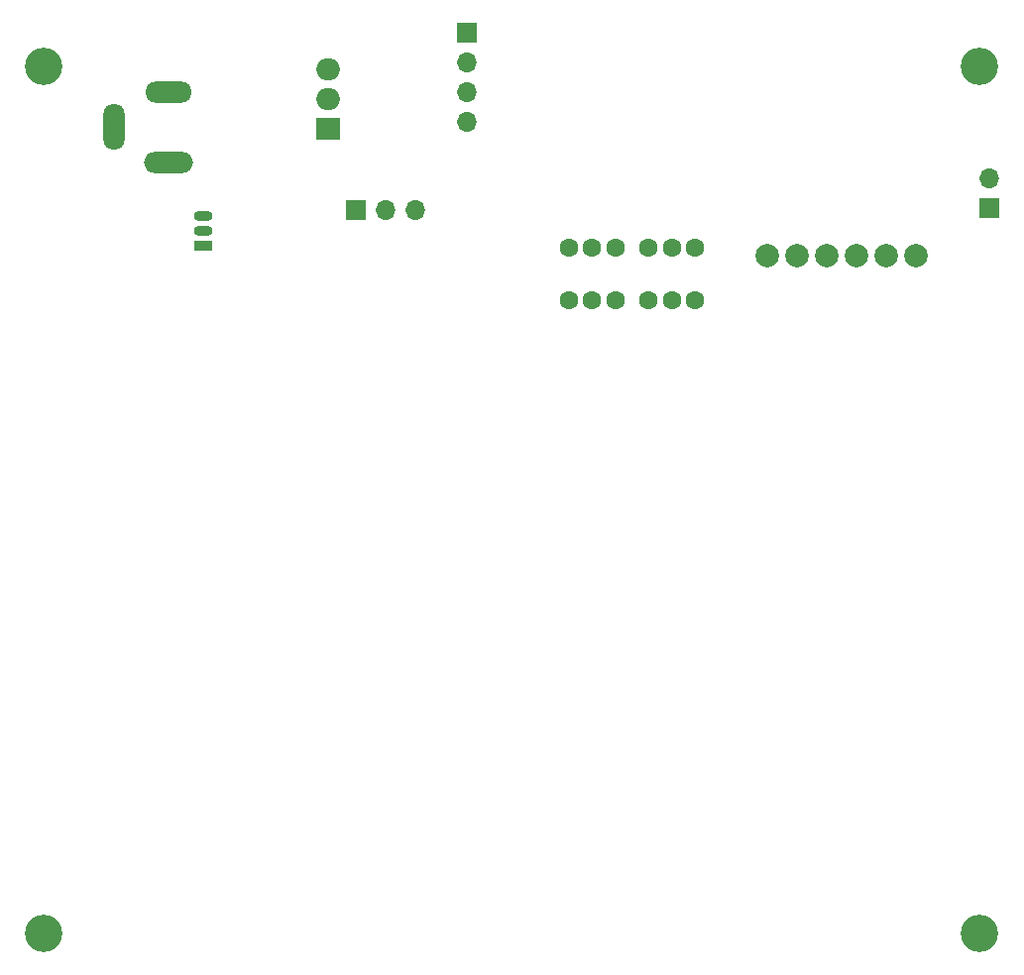
<source format=gbr>
%TF.GenerationSoftware,KiCad,Pcbnew,(6.0.0)*%
%TF.CreationDate,2022-05-15T20:33:26+08:00*%
%TF.ProjectId,Solder-Reflow-Plate-ESP32,536f6c64-6572-42d5-9265-666c6f772d50,rev?*%
%TF.SameCoordinates,Original*%
%TF.FileFunction,Soldermask,Bot*%
%TF.FilePolarity,Negative*%
%FSLAX46Y46*%
G04 Gerber Fmt 4.6, Leading zero omitted, Abs format (unit mm)*
G04 Created by KiCad (PCBNEW (6.0.0)) date 2022-05-15 20:33:26*
%MOMM*%
%LPD*%
G01*
G04 APERTURE LIST*
%ADD10R,1.700000X1.700000*%
%ADD11O,1.700000X1.700000*%
%ADD12O,4.200000X1.800000*%
%ADD13O,4.000000X1.800000*%
%ADD14O,1.800000X4.000000*%
%ADD15R,1.600000X0.900000*%
%ADD16O,1.600000X0.900000*%
%ADD17C,3.200000*%
%ADD18R,2.000000X1.905000*%
%ADD19O,2.000000X1.905000*%
%ADD20C,2.000000*%
%ADD21C,1.600000*%
G04 APERTURE END LIST*
D10*
%TO.C,J3*%
X174850000Y-73075000D03*
D11*
X174850000Y-70535000D03*
%TD*%
D10*
%TO.C,J2*%
X120750000Y-73200000D03*
D11*
X123290000Y-73200000D03*
X125830000Y-73200000D03*
%TD*%
D12*
%TO.C,DC1*%
X104712500Y-69127500D03*
D13*
X104712500Y-63127500D03*
D14*
X100012500Y-66127500D03*
%TD*%
D15*
%TO.C,U3*%
X107650000Y-76270000D03*
D16*
X107650000Y-75000000D03*
X107650000Y-73730000D03*
%TD*%
D17*
%TO.C,H4*%
X174000000Y-135000000D03*
%TD*%
D18*
%TO.C,U1*%
X118345000Y-66240000D03*
D19*
X118345000Y-63700000D03*
X118345000Y-61160000D03*
%TD*%
D17*
%TO.C,H3*%
X94000000Y-135000000D03*
%TD*%
D20*
%TO.C,CN1*%
X155820000Y-77100000D03*
X158360000Y-77100000D03*
X160900000Y-77100000D03*
X163440000Y-77100000D03*
X165980000Y-77100000D03*
X168520000Y-77100000D03*
%TD*%
D21*
%TO.C,SW1*%
X145700000Y-80950000D03*
X147700000Y-80950000D03*
X149700000Y-80950000D03*
X145700000Y-76450000D03*
X147700000Y-76450000D03*
X149700000Y-76450000D03*
%TD*%
%TO.C,SW2*%
X138900000Y-80950000D03*
X140900000Y-80950000D03*
X142900000Y-80950000D03*
X138900000Y-76450000D03*
X140900000Y-76450000D03*
X142900000Y-76450000D03*
%TD*%
D17*
%TO.C,H1*%
X94000000Y-60946909D03*
%TD*%
%TO.C,H2*%
X174000000Y-60946909D03*
%TD*%
D10*
%TO.C,J1*%
X130225000Y-58060000D03*
D11*
X130225000Y-60600000D03*
X130225000Y-63140000D03*
X130225000Y-65680000D03*
%TD*%
M02*

</source>
